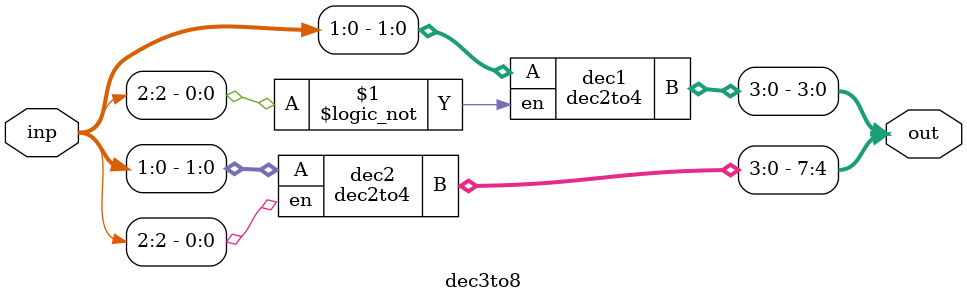
<source format=v>
module dec2to4(
    A, en,
    B
);
input   [1:0]   A;
input           en;
output  [3:0]   B;

assign B[0] = en & (!A[0] & !A[1]);  // true when A = 2'b00
assign B[1] = en & (A[0] & !A[1]);   // true when A = 2'b01
assign B[2] = en & (!A[0] & A[1]);   // true when A = 2'b10
assign B[3] = en & (A[0] & A[1]);  // true when A = 2'b11

endmodule

module dec3to8(
    inp,
    out
);
input   [2:0]   inp;
output  [7:0]   out;

dec2to4 dec1(.A({inp[1], inp[0]}), .en(!inp[2]), .B(out[3:0]));
// ~inp[2]를 enable로 사용해 out의 하위 4-bits를 결정

dec2to4 dec2(.A({inp[1], inp[0]}), .en(inp[2]), .B(out[7:4]));
// inp[2]를 enable로 사용해 out의 상위 4-bits를 결정
endmodule

</source>
